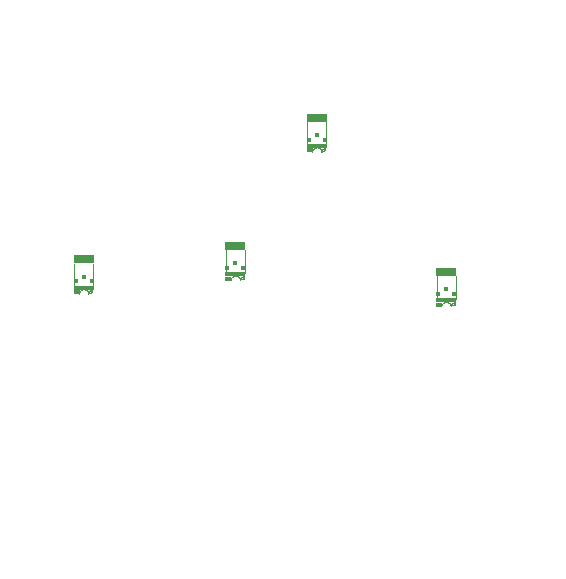
<source format=gbr>
G04 EAGLE Gerber RS-274X export*
G75*
%MOMM*%
%FSLAX34Y34*%
%LPD*%
%INSilkscreen Top*%
%IPPOS*%
%AMOC8*
5,1,8,0,0,1.08239X$1,22.5*%
G01*
%ADD10R,16.764000X0.101600*%
%ADD11R,1.117600X0.101600*%
%ADD12R,1.219200X0.101600*%
%ADD13R,2.336800X0.101600*%
%ADD14R,2.438400X0.101600*%
%ADD15R,3.556000X0.101600*%
%ADD16R,5.994400X0.101600*%
%ADD17R,4.775200X0.101600*%
%ADD18R,5.892800X0.101600*%
%ADD19R,3.454400X0.101600*%
%ADD20R,3.657600X0.101600*%
%ADD21R,9.652000X0.101600*%
%ADD22C,0.101600*%
%ADD23R,0.500000X0.125000*%
%ADD24R,0.225000X0.325000*%
%ADD25R,0.125000X0.225000*%
%ADD26R,0.425000X0.125000*%
%ADD27R,0.500000X0.350000*%
%ADD28R,0.600000X0.125000*%
%ADD29R,1.700000X0.300000*%
%ADD30R,1.700000X0.700000*%
%ADD31R,0.325000X0.425000*%
%ADD32R,0.350000X0.350000*%


D10*
X287528Y84328D03*
X287528Y85344D03*
X287528Y86360D03*
X287528Y87376D03*
X287528Y88392D03*
X287528Y89408D03*
X287528Y90424D03*
X287528Y91440D03*
X287528Y92456D03*
X287528Y93472D03*
X287528Y94488D03*
D11*
X197104Y95504D03*
D12*
X197612Y96520D03*
X377444Y96520D03*
X197612Y97536D03*
X377444Y97536D03*
X197612Y98552D03*
X377444Y98552D03*
X197612Y99568D03*
X377444Y99568D03*
X197612Y100584D03*
X377444Y100584D03*
X197612Y101600D03*
X377444Y101600D03*
X197612Y102616D03*
X377444Y102616D03*
X197612Y103632D03*
X377444Y103632D03*
X197612Y104648D03*
X377444Y104648D03*
X197612Y105664D03*
X377444Y105664D03*
X197612Y106680D03*
X377444Y106680D03*
D11*
X184912Y107696D03*
X390144Y107696D03*
D12*
X185420Y108712D03*
X389636Y108712D03*
X185420Y109728D03*
X389636Y109728D03*
X185420Y110744D03*
X389636Y110744D03*
X185420Y111760D03*
X389636Y111760D03*
X185420Y112776D03*
X389636Y112776D03*
X185420Y113792D03*
X389636Y113792D03*
X185420Y114808D03*
X389636Y114808D03*
X185420Y115824D03*
X389636Y115824D03*
X185420Y116840D03*
X389636Y116840D03*
X185420Y117856D03*
X389636Y117856D03*
X185420Y118872D03*
X389636Y118872D03*
X173228Y119888D03*
X401828Y119888D03*
X173228Y120904D03*
X401828Y120904D03*
X173228Y121920D03*
X401828Y121920D03*
X173228Y122936D03*
X401828Y122936D03*
X173228Y123952D03*
X401828Y123952D03*
X173228Y124968D03*
X401828Y124968D03*
X173228Y125984D03*
X401828Y125984D03*
X173228Y127000D03*
X401828Y127000D03*
X173228Y128016D03*
X401828Y128016D03*
X173228Y129032D03*
X401828Y129032D03*
X173228Y130048D03*
X401828Y130048D03*
X173228Y131064D03*
X401828Y131064D03*
X173228Y132080D03*
X401828Y132080D03*
X173228Y133096D03*
X401828Y133096D03*
X173228Y134112D03*
X401828Y134112D03*
X173228Y135128D03*
X401828Y135128D03*
X173228Y136144D03*
X401828Y136144D03*
X173228Y137160D03*
X401828Y137160D03*
X173228Y138176D03*
X401828Y138176D03*
X173228Y139192D03*
X401828Y139192D03*
X173228Y140208D03*
X401828Y140208D03*
X173228Y141224D03*
X401828Y141224D03*
X173228Y142240D03*
X401828Y142240D03*
D11*
X161544Y144272D03*
X413512Y144272D03*
X161544Y145288D03*
X413512Y145288D03*
X161544Y146304D03*
X413512Y146304D03*
X161544Y147320D03*
X413512Y147320D03*
X161544Y148336D03*
X413512Y148336D03*
X161544Y149352D03*
X413512Y149352D03*
X161544Y150368D03*
X413512Y150368D03*
X161544Y151384D03*
X413512Y151384D03*
X161544Y152400D03*
X413512Y152400D03*
X161544Y153416D03*
X413512Y153416D03*
X161544Y154432D03*
X413512Y154432D03*
X161544Y155448D03*
X413512Y155448D03*
X161544Y156464D03*
X413512Y156464D03*
X161544Y157480D03*
X413512Y157480D03*
X161544Y158496D03*
X413512Y158496D03*
X161544Y159512D03*
X413512Y159512D03*
X161544Y160528D03*
X413512Y160528D03*
X161544Y161544D03*
X413512Y161544D03*
X161544Y162560D03*
X413512Y162560D03*
X161544Y163576D03*
X413512Y163576D03*
X161544Y164592D03*
X413512Y164592D03*
X161544Y165608D03*
X413512Y165608D03*
X161544Y166624D03*
X413512Y166624D03*
X161544Y167640D03*
X413512Y167640D03*
X161544Y168656D03*
X413512Y168656D03*
X161544Y169672D03*
X413512Y169672D03*
X161544Y170688D03*
X413512Y170688D03*
X161544Y171704D03*
X413512Y171704D03*
X161544Y172720D03*
X413512Y172720D03*
X161544Y173736D03*
X413512Y173736D03*
X161544Y174752D03*
X413512Y174752D03*
X161544Y175768D03*
X413512Y175768D03*
X161544Y176784D03*
X413512Y176784D03*
X161544Y177800D03*
X413512Y177800D03*
X161544Y178816D03*
X413512Y178816D03*
X161544Y179832D03*
X413512Y179832D03*
X161544Y180848D03*
X413512Y180848D03*
X161544Y181864D03*
X413512Y181864D03*
X161544Y182880D03*
X413512Y182880D03*
X161544Y183896D03*
X413512Y183896D03*
X161544Y184912D03*
X413512Y184912D03*
X161544Y185928D03*
X413512Y185928D03*
X161544Y186944D03*
X413512Y186944D03*
X161544Y187960D03*
X413512Y187960D03*
X161544Y188976D03*
X413512Y188976D03*
X161544Y189992D03*
X413512Y189992D03*
X161544Y191008D03*
X413512Y191008D03*
X161544Y192024D03*
X413512Y192024D03*
X161544Y193040D03*
X413512Y193040D03*
X161544Y194056D03*
X413512Y194056D03*
X161544Y195072D03*
X413512Y195072D03*
X161544Y196088D03*
X413512Y196088D03*
X161544Y197104D03*
X413512Y197104D03*
X161544Y198120D03*
X413512Y198120D03*
X161544Y199136D03*
X413512Y199136D03*
X161544Y200152D03*
X413512Y200152D03*
X161544Y201168D03*
X413512Y201168D03*
X161544Y202184D03*
X413512Y202184D03*
X161544Y203200D03*
X413512Y203200D03*
X161544Y204216D03*
X413512Y204216D03*
X161544Y205232D03*
X413512Y205232D03*
X161544Y206248D03*
X413512Y206248D03*
X161544Y207264D03*
X413512Y207264D03*
X161544Y208280D03*
X413512Y208280D03*
X161544Y209296D03*
X413512Y209296D03*
X161544Y210312D03*
X413512Y210312D03*
X161544Y211328D03*
X413512Y211328D03*
X161544Y212344D03*
X413512Y212344D03*
X161544Y213360D03*
X413512Y213360D03*
X161544Y214376D03*
X413512Y214376D03*
X161544Y215392D03*
X413512Y215392D03*
X161544Y216408D03*
X413512Y216408D03*
X161544Y217424D03*
X413512Y217424D03*
X161544Y218440D03*
X413512Y218440D03*
X161544Y219456D03*
X413512Y219456D03*
X161544Y220472D03*
X413512Y220472D03*
X161544Y221488D03*
X413512Y221488D03*
X161544Y222504D03*
X413512Y222504D03*
X161544Y223520D03*
X413512Y223520D03*
X161544Y224536D03*
X413512Y224536D03*
X161544Y225552D03*
X413512Y225552D03*
X161544Y226568D03*
X413512Y226568D03*
X161544Y227584D03*
X413512Y227584D03*
X161544Y228600D03*
X413512Y228600D03*
X161544Y229616D03*
X413512Y229616D03*
X161544Y230632D03*
X413512Y230632D03*
X161544Y231648D03*
X413512Y231648D03*
X161544Y232664D03*
X413512Y232664D03*
X161544Y233680D03*
X413512Y233680D03*
X161544Y234696D03*
X413512Y234696D03*
X161544Y235712D03*
X413512Y235712D03*
X161544Y236728D03*
X413512Y236728D03*
X161544Y237744D03*
X413512Y237744D03*
X161544Y238760D03*
X413512Y238760D03*
X161544Y239776D03*
X413512Y239776D03*
X161544Y240792D03*
X413512Y240792D03*
X161544Y241808D03*
X413512Y241808D03*
X161544Y242824D03*
X413512Y242824D03*
X161544Y243840D03*
X413512Y243840D03*
X161544Y244856D03*
X413512Y244856D03*
X161544Y245872D03*
X413512Y245872D03*
X161544Y246888D03*
X413512Y246888D03*
X161544Y247904D03*
X413512Y247904D03*
X161544Y248920D03*
X413512Y248920D03*
X161544Y249936D03*
X413512Y249936D03*
X161544Y250952D03*
X413512Y250952D03*
D13*
X155448Y251968D03*
X419608Y251968D03*
X155448Y252984D03*
X419608Y252984D03*
X155448Y254000D03*
X419608Y254000D03*
X155448Y255016D03*
X419608Y255016D03*
X155448Y256032D03*
X419608Y256032D03*
X155448Y257048D03*
X419608Y257048D03*
X155448Y258064D03*
X419608Y258064D03*
X155448Y259080D03*
X419608Y259080D03*
X155448Y260096D03*
X419608Y260096D03*
X155448Y261112D03*
X419608Y261112D03*
X155448Y262128D03*
X419608Y262128D03*
X155448Y263144D03*
X419608Y263144D03*
D14*
X131572Y264160D03*
X443484Y264160D03*
X131572Y265176D03*
X443484Y265176D03*
X131572Y266192D03*
X443484Y266192D03*
X131572Y267208D03*
X443484Y267208D03*
X131572Y268224D03*
X443484Y268224D03*
X131572Y269240D03*
X443484Y269240D03*
X131572Y270256D03*
X443484Y270256D03*
X131572Y271272D03*
X443484Y271272D03*
X131572Y272288D03*
X443484Y272288D03*
X131572Y273304D03*
X443484Y273304D03*
X131572Y274320D03*
X443484Y274320D03*
D12*
X113284Y276352D03*
X461772Y276352D03*
X113284Y277368D03*
X461772Y277368D03*
X113284Y278384D03*
X461772Y278384D03*
X113284Y279400D03*
X461772Y279400D03*
X113284Y280416D03*
X461772Y280416D03*
X113284Y281432D03*
X461772Y281432D03*
X113284Y282448D03*
X461772Y282448D03*
X113284Y283464D03*
X461772Y283464D03*
X113284Y284480D03*
X461772Y284480D03*
X113284Y285496D03*
X461772Y285496D03*
X113284Y286512D03*
X461772Y286512D03*
D11*
X101600Y288544D03*
D15*
X425704Y288544D03*
D11*
X473456Y288544D03*
X101600Y289560D03*
D15*
X425704Y289560D03*
D11*
X473456Y289560D03*
X101600Y290576D03*
D15*
X425704Y290576D03*
D11*
X473456Y290576D03*
X101600Y291592D03*
D15*
X425704Y291592D03*
D11*
X473456Y291592D03*
X101600Y292608D03*
D15*
X425704Y292608D03*
D11*
X473456Y292608D03*
X101600Y293624D03*
D15*
X425704Y293624D03*
D11*
X473456Y293624D03*
X101600Y294640D03*
D15*
X425704Y294640D03*
D11*
X473456Y294640D03*
X101600Y295656D03*
D15*
X425704Y295656D03*
D11*
X473456Y295656D03*
X101600Y296672D03*
D15*
X425704Y296672D03*
D11*
X473456Y296672D03*
X101600Y297688D03*
D15*
X425704Y297688D03*
D11*
X473456Y297688D03*
X101600Y298704D03*
D15*
X425704Y298704D03*
D11*
X473456Y298704D03*
X89408Y299720D03*
D15*
X425704Y299720D03*
D11*
X485648Y299720D03*
X89408Y300736D03*
D13*
X119888Y300736D03*
D16*
X425704Y300736D03*
D11*
X485648Y300736D03*
X89408Y301752D03*
D13*
X119888Y301752D03*
D16*
X425704Y301752D03*
D11*
X485648Y301752D03*
X89408Y302768D03*
D13*
X119888Y302768D03*
D16*
X425704Y302768D03*
D11*
X485648Y302768D03*
X89408Y303784D03*
D13*
X119888Y303784D03*
D16*
X425704Y303784D03*
D11*
X485648Y303784D03*
X89408Y304800D03*
D13*
X119888Y304800D03*
D16*
X425704Y304800D03*
D11*
X485648Y304800D03*
X89408Y305816D03*
D13*
X119888Y305816D03*
D16*
X425704Y305816D03*
D11*
X485648Y305816D03*
X89408Y306832D03*
D13*
X119888Y306832D03*
D16*
X425704Y306832D03*
D11*
X485648Y306832D03*
X89408Y307848D03*
D13*
X119888Y307848D03*
D16*
X425704Y307848D03*
D11*
X485648Y307848D03*
X89408Y308864D03*
D13*
X119888Y308864D03*
D16*
X425704Y308864D03*
D11*
X485648Y308864D03*
X89408Y309880D03*
D13*
X119888Y309880D03*
D16*
X425704Y309880D03*
D11*
X485648Y309880D03*
X89408Y310896D03*
D13*
X119888Y310896D03*
D16*
X425704Y310896D03*
D11*
X485648Y310896D03*
D12*
X77724Y311912D03*
D15*
X125984Y311912D03*
X245872Y311912D03*
D16*
X425704Y311912D03*
D12*
X497332Y311912D03*
X77724Y312928D03*
D17*
X119888Y312928D03*
D15*
X245872Y312928D03*
D16*
X425704Y312928D03*
D12*
X497332Y312928D03*
X77724Y313944D03*
D17*
X119888Y313944D03*
D15*
X245872Y313944D03*
D16*
X425704Y313944D03*
D12*
X497332Y313944D03*
X77724Y314960D03*
D17*
X119888Y314960D03*
D15*
X245872Y314960D03*
D16*
X425704Y314960D03*
D12*
X497332Y314960D03*
X77724Y315976D03*
D17*
X119888Y315976D03*
D15*
X245872Y315976D03*
D16*
X425704Y315976D03*
D12*
X497332Y315976D03*
X77724Y316992D03*
D17*
X119888Y316992D03*
D15*
X245872Y316992D03*
D16*
X425704Y316992D03*
D12*
X497332Y316992D03*
X77724Y318008D03*
D17*
X119888Y318008D03*
D15*
X245872Y318008D03*
D16*
X425704Y318008D03*
D12*
X497332Y318008D03*
X77724Y319024D03*
D17*
X119888Y319024D03*
D15*
X245872Y319024D03*
D16*
X425704Y319024D03*
D12*
X497332Y319024D03*
X77724Y320040D03*
D17*
X119888Y320040D03*
D15*
X245872Y320040D03*
D16*
X425704Y320040D03*
D12*
X497332Y320040D03*
X77724Y321056D03*
D17*
X119888Y321056D03*
D15*
X245872Y321056D03*
D16*
X425704Y321056D03*
D12*
X497332Y321056D03*
X77724Y322072D03*
D17*
X119888Y322072D03*
D15*
X245872Y322072D03*
D16*
X425704Y322072D03*
D12*
X497332Y322072D03*
X77724Y323088D03*
D17*
X119888Y323088D03*
D15*
X245872Y323088D03*
D16*
X425704Y323088D03*
D12*
X497332Y323088D03*
X77724Y324104D03*
D17*
X119888Y324104D03*
D18*
X245364Y324104D03*
D16*
X425704Y324104D03*
D12*
X497332Y324104D03*
X77724Y325120D03*
D17*
X119888Y325120D03*
D18*
X245364Y325120D03*
D16*
X425704Y325120D03*
D12*
X497332Y325120D03*
X77724Y326136D03*
D17*
X119888Y326136D03*
D18*
X245364Y326136D03*
D16*
X425704Y326136D03*
D12*
X497332Y326136D03*
X77724Y327152D03*
D17*
X119888Y327152D03*
D18*
X245364Y327152D03*
D16*
X425704Y327152D03*
D12*
X497332Y327152D03*
X77724Y328168D03*
D17*
X119888Y328168D03*
D18*
X245364Y328168D03*
D16*
X425704Y328168D03*
D12*
X497332Y328168D03*
X77724Y329184D03*
D17*
X119888Y329184D03*
D18*
X245364Y329184D03*
D16*
X425704Y329184D03*
D12*
X497332Y329184D03*
X77724Y330200D03*
D17*
X119888Y330200D03*
D18*
X245364Y330200D03*
D16*
X425704Y330200D03*
D12*
X497332Y330200D03*
X77724Y331216D03*
D17*
X119888Y331216D03*
D18*
X245364Y331216D03*
D16*
X425704Y331216D03*
D12*
X497332Y331216D03*
X77724Y332232D03*
D17*
X119888Y332232D03*
D18*
X245364Y332232D03*
D16*
X425704Y332232D03*
D12*
X497332Y332232D03*
X77724Y333248D03*
D17*
X119888Y333248D03*
D18*
X245364Y333248D03*
D16*
X425704Y333248D03*
D12*
X497332Y333248D03*
X77724Y334264D03*
D17*
X119888Y334264D03*
D18*
X245364Y334264D03*
D16*
X425704Y334264D03*
D12*
X497332Y334264D03*
X77724Y335280D03*
D17*
X119888Y335280D03*
D18*
X245364Y335280D03*
D16*
X425704Y335280D03*
D12*
X497332Y335280D03*
X65532Y336296D03*
D16*
X113792Y336296D03*
D18*
X245364Y336296D03*
D15*
X425704Y336296D03*
D12*
X509524Y336296D03*
X65532Y337312D03*
D16*
X113792Y337312D03*
D18*
X245364Y337312D03*
D15*
X425704Y337312D03*
D12*
X509524Y337312D03*
X65532Y338328D03*
D16*
X113792Y338328D03*
D18*
X245364Y338328D03*
D15*
X425704Y338328D03*
D12*
X509524Y338328D03*
X65532Y339344D03*
D16*
X113792Y339344D03*
D18*
X245364Y339344D03*
D15*
X425704Y339344D03*
D12*
X509524Y339344D03*
X65532Y340360D03*
D16*
X113792Y340360D03*
D18*
X245364Y340360D03*
D15*
X425704Y340360D03*
D12*
X509524Y340360D03*
X65532Y341376D03*
D16*
X113792Y341376D03*
D18*
X245364Y341376D03*
D15*
X425704Y341376D03*
D12*
X509524Y341376D03*
X65532Y342392D03*
D16*
X113792Y342392D03*
D18*
X245364Y342392D03*
D15*
X425704Y342392D03*
D12*
X509524Y342392D03*
X65532Y343408D03*
D16*
X113792Y343408D03*
D18*
X245364Y343408D03*
D15*
X425704Y343408D03*
D12*
X509524Y343408D03*
X65532Y344424D03*
D16*
X113792Y344424D03*
D18*
X245364Y344424D03*
D15*
X425704Y344424D03*
D12*
X509524Y344424D03*
X65532Y345440D03*
D16*
X113792Y345440D03*
D18*
X245364Y345440D03*
D15*
X425704Y345440D03*
D12*
X509524Y345440D03*
X65532Y346456D03*
D16*
X113792Y346456D03*
D18*
X245364Y346456D03*
D15*
X425704Y346456D03*
D12*
X509524Y346456D03*
X65532Y347472D03*
D15*
X113792Y347472D03*
D18*
X245364Y347472D03*
D12*
X509524Y347472D03*
X65532Y348488D03*
D15*
X113792Y348488D03*
D18*
X245364Y348488D03*
D12*
X509524Y348488D03*
X65532Y349504D03*
D15*
X113792Y349504D03*
D18*
X245364Y349504D03*
D12*
X509524Y349504D03*
X65532Y350520D03*
D15*
X113792Y350520D03*
D18*
X245364Y350520D03*
D12*
X509524Y350520D03*
X65532Y351536D03*
D15*
X113792Y351536D03*
D18*
X245364Y351536D03*
D12*
X509524Y351536D03*
X65532Y352552D03*
D15*
X113792Y352552D03*
D18*
X245364Y352552D03*
D12*
X509524Y352552D03*
X65532Y353568D03*
D15*
X113792Y353568D03*
D18*
X245364Y353568D03*
D12*
X509524Y353568D03*
X65532Y354584D03*
D15*
X113792Y354584D03*
D18*
X245364Y354584D03*
D12*
X509524Y354584D03*
X65532Y355600D03*
D15*
X113792Y355600D03*
D18*
X245364Y355600D03*
D12*
X509524Y355600D03*
X65532Y356616D03*
D15*
X113792Y356616D03*
D18*
X245364Y356616D03*
D12*
X509524Y356616D03*
X65532Y357632D03*
D15*
X113792Y357632D03*
D18*
X245364Y357632D03*
D12*
X509524Y357632D03*
X65532Y358648D03*
D15*
X113792Y358648D03*
D18*
X245364Y358648D03*
D12*
X509524Y358648D03*
X65532Y359664D03*
D15*
X245872Y359664D03*
D12*
X509524Y359664D03*
X65532Y360680D03*
D15*
X245872Y360680D03*
D12*
X509524Y360680D03*
X65532Y361696D03*
D15*
X245872Y361696D03*
D12*
X509524Y361696D03*
X65532Y362712D03*
D15*
X245872Y362712D03*
D12*
X509524Y362712D03*
X65532Y363728D03*
D15*
X245872Y363728D03*
D12*
X509524Y363728D03*
X65532Y364744D03*
D15*
X245872Y364744D03*
D12*
X509524Y364744D03*
X65532Y365760D03*
D15*
X245872Y365760D03*
D12*
X509524Y365760D03*
X65532Y366776D03*
D15*
X245872Y366776D03*
D12*
X509524Y366776D03*
X65532Y367792D03*
D15*
X245872Y367792D03*
D12*
X509524Y367792D03*
X65532Y368808D03*
D15*
X245872Y368808D03*
D12*
X509524Y368808D03*
X65532Y369824D03*
D15*
X245872Y369824D03*
D12*
X509524Y369824D03*
X65532Y370840D03*
D15*
X245872Y370840D03*
D12*
X509524Y370840D03*
X65532Y371856D03*
X509524Y371856D03*
X65532Y372872D03*
X509524Y372872D03*
X65532Y373888D03*
X509524Y373888D03*
X65532Y374904D03*
X509524Y374904D03*
X65532Y375920D03*
X509524Y375920D03*
X65532Y376936D03*
X509524Y376936D03*
X65532Y377952D03*
X509524Y377952D03*
X65532Y378968D03*
X509524Y378968D03*
X65532Y379984D03*
X509524Y379984D03*
X65532Y381000D03*
X509524Y381000D03*
X65532Y382016D03*
X509524Y382016D03*
X65532Y383032D03*
X509524Y383032D03*
X65532Y384048D03*
X509524Y384048D03*
X65532Y385064D03*
X509524Y385064D03*
X65532Y386080D03*
X509524Y386080D03*
X65532Y387096D03*
X509524Y387096D03*
X65532Y388112D03*
X509524Y388112D03*
X65532Y389128D03*
X509524Y389128D03*
X65532Y390144D03*
X509524Y390144D03*
X65532Y391160D03*
X509524Y391160D03*
X65532Y392176D03*
X509524Y392176D03*
X65532Y393192D03*
X509524Y393192D03*
X65532Y394208D03*
X509524Y394208D03*
X65532Y395224D03*
X509524Y395224D03*
X65532Y396240D03*
D15*
X473456Y396240D03*
D12*
X509524Y396240D03*
X65532Y397256D03*
D15*
X473456Y397256D03*
D12*
X509524Y397256D03*
X65532Y398272D03*
D15*
X473456Y398272D03*
D12*
X509524Y398272D03*
X65532Y399288D03*
D15*
X473456Y399288D03*
D12*
X509524Y399288D03*
X65532Y400304D03*
D15*
X473456Y400304D03*
D12*
X509524Y400304D03*
X65532Y401320D03*
D15*
X473456Y401320D03*
D12*
X509524Y401320D03*
X65532Y402336D03*
D15*
X473456Y402336D03*
D12*
X509524Y402336D03*
X65532Y403352D03*
D15*
X473456Y403352D03*
D12*
X509524Y403352D03*
X65532Y404368D03*
D15*
X473456Y404368D03*
D12*
X509524Y404368D03*
X65532Y405384D03*
D15*
X473456Y405384D03*
D12*
X509524Y405384D03*
X65532Y406400D03*
D15*
X473456Y406400D03*
D12*
X509524Y406400D03*
X65532Y407416D03*
D15*
X473456Y407416D03*
D12*
X509524Y407416D03*
X65532Y408432D03*
D17*
X467360Y408432D03*
D12*
X509524Y408432D03*
X65532Y409448D03*
D17*
X467360Y409448D03*
D12*
X509524Y409448D03*
X65532Y410464D03*
D17*
X467360Y410464D03*
D12*
X509524Y410464D03*
X65532Y411480D03*
D17*
X467360Y411480D03*
D12*
X509524Y411480D03*
X65532Y412496D03*
D17*
X467360Y412496D03*
D12*
X509524Y412496D03*
X65532Y413512D03*
D17*
X467360Y413512D03*
D12*
X509524Y413512D03*
X65532Y414528D03*
D17*
X467360Y414528D03*
D12*
X509524Y414528D03*
X65532Y415544D03*
D17*
X467360Y415544D03*
D12*
X509524Y415544D03*
X65532Y416560D03*
D17*
X467360Y416560D03*
D12*
X509524Y416560D03*
X65532Y417576D03*
D17*
X467360Y417576D03*
D12*
X509524Y417576D03*
X65532Y418592D03*
D17*
X467360Y418592D03*
D12*
X509524Y418592D03*
D15*
X461264Y419608D03*
D12*
X77724Y420624D03*
D19*
X317500Y420624D03*
D15*
X461264Y420624D03*
D11*
X497840Y420624D03*
D12*
X77724Y421640D03*
D19*
X317500Y421640D03*
D15*
X461264Y421640D03*
D11*
X497840Y421640D03*
D12*
X77724Y422656D03*
D19*
X317500Y422656D03*
D15*
X461264Y422656D03*
D11*
X497840Y422656D03*
D12*
X77724Y423672D03*
D19*
X317500Y423672D03*
D15*
X461264Y423672D03*
D11*
X497840Y423672D03*
D12*
X77724Y424688D03*
D19*
X317500Y424688D03*
D15*
X461264Y424688D03*
D11*
X497840Y424688D03*
D12*
X77724Y425704D03*
D19*
X317500Y425704D03*
D15*
X461264Y425704D03*
D11*
X497840Y425704D03*
D12*
X77724Y426720D03*
D19*
X317500Y426720D03*
D15*
X461264Y426720D03*
D11*
X497840Y426720D03*
D12*
X77724Y427736D03*
D19*
X317500Y427736D03*
D15*
X461264Y427736D03*
D11*
X497840Y427736D03*
D12*
X77724Y428752D03*
D19*
X317500Y428752D03*
D15*
X461264Y428752D03*
D11*
X497840Y428752D03*
D12*
X77724Y429768D03*
D19*
X317500Y429768D03*
D15*
X461264Y429768D03*
D11*
X497840Y429768D03*
D12*
X77724Y430784D03*
D19*
X317500Y430784D03*
D15*
X461264Y430784D03*
D11*
X497840Y430784D03*
D12*
X77724Y431800D03*
D18*
X317500Y431800D03*
D15*
X461264Y431800D03*
D11*
X497840Y431800D03*
D12*
X77724Y432816D03*
D18*
X317500Y432816D03*
D15*
X461264Y432816D03*
D11*
X497840Y432816D03*
D12*
X77724Y433832D03*
D18*
X317500Y433832D03*
D15*
X461264Y433832D03*
D11*
X497840Y433832D03*
D12*
X77724Y434848D03*
D18*
X317500Y434848D03*
D15*
X461264Y434848D03*
D11*
X497840Y434848D03*
D12*
X77724Y435864D03*
D18*
X317500Y435864D03*
D15*
X461264Y435864D03*
D11*
X497840Y435864D03*
D12*
X77724Y436880D03*
D18*
X317500Y436880D03*
D15*
X461264Y436880D03*
D11*
X497840Y436880D03*
D12*
X77724Y437896D03*
D18*
X317500Y437896D03*
D15*
X461264Y437896D03*
D11*
X497840Y437896D03*
D12*
X77724Y438912D03*
D18*
X317500Y438912D03*
D15*
X461264Y438912D03*
D11*
X497840Y438912D03*
D12*
X77724Y439928D03*
D18*
X317500Y439928D03*
D15*
X461264Y439928D03*
D11*
X497840Y439928D03*
D12*
X77724Y440944D03*
D18*
X317500Y440944D03*
D15*
X461264Y440944D03*
D11*
X497840Y440944D03*
D12*
X77724Y441960D03*
D18*
X317500Y441960D03*
D15*
X461264Y441960D03*
D11*
X497840Y441960D03*
D12*
X77724Y442976D03*
D18*
X317500Y442976D03*
D15*
X461264Y442976D03*
D11*
X497840Y442976D03*
X89408Y443992D03*
D18*
X317500Y443992D03*
D11*
X461264Y443992D03*
X89408Y445008D03*
D18*
X317500Y445008D03*
D11*
X461264Y445008D03*
X485648Y445008D03*
X89408Y446024D03*
D18*
X317500Y446024D03*
D11*
X461264Y446024D03*
X485648Y446024D03*
X89408Y447040D03*
D18*
X317500Y447040D03*
D11*
X461264Y447040D03*
X485648Y447040D03*
X89408Y448056D03*
D18*
X317500Y448056D03*
D11*
X461264Y448056D03*
X485648Y448056D03*
X89408Y449072D03*
D18*
X317500Y449072D03*
D11*
X461264Y449072D03*
X485648Y449072D03*
X89408Y450088D03*
D18*
X317500Y450088D03*
D11*
X461264Y450088D03*
X485648Y450088D03*
X89408Y451104D03*
D18*
X317500Y451104D03*
D11*
X461264Y451104D03*
X485648Y451104D03*
X89408Y452120D03*
D18*
X317500Y452120D03*
D11*
X461264Y452120D03*
X485648Y452120D03*
X89408Y453136D03*
D18*
X317500Y453136D03*
D11*
X461264Y453136D03*
X485648Y453136D03*
X89408Y454152D03*
D18*
X317500Y454152D03*
D11*
X461264Y454152D03*
X485648Y454152D03*
X89408Y455168D03*
D18*
X317500Y455168D03*
D11*
X461264Y455168D03*
X485648Y455168D03*
X89408Y456184D03*
D15*
X173736Y456184D03*
D18*
X317500Y456184D03*
D11*
X485648Y456184D03*
X89408Y457200D03*
D15*
X173736Y457200D03*
D18*
X317500Y457200D03*
D11*
X485648Y457200D03*
X89408Y458216D03*
D15*
X173736Y458216D03*
D18*
X317500Y458216D03*
D11*
X485648Y458216D03*
X89408Y459232D03*
D15*
X173736Y459232D03*
D18*
X317500Y459232D03*
D11*
X485648Y459232D03*
X89408Y460248D03*
D15*
X173736Y460248D03*
D18*
X317500Y460248D03*
D11*
X485648Y460248D03*
X89408Y461264D03*
D15*
X173736Y461264D03*
D18*
X317500Y461264D03*
D11*
X485648Y461264D03*
X89408Y462280D03*
D15*
X173736Y462280D03*
D18*
X317500Y462280D03*
D11*
X485648Y462280D03*
X89408Y463296D03*
D15*
X173736Y463296D03*
D18*
X317500Y463296D03*
D11*
X485648Y463296D03*
X89408Y464312D03*
D15*
X173736Y464312D03*
D18*
X317500Y464312D03*
D11*
X485648Y464312D03*
X89408Y465328D03*
D15*
X173736Y465328D03*
D18*
X317500Y465328D03*
D11*
X485648Y465328D03*
X89408Y466344D03*
D15*
X173736Y466344D03*
D18*
X317500Y466344D03*
D11*
X485648Y466344D03*
X89408Y467360D03*
D15*
X173736Y467360D03*
D20*
X317500Y467360D03*
D11*
X485648Y467360D03*
X101600Y468376D03*
D16*
X173736Y468376D03*
D19*
X317500Y468376D03*
D11*
X473456Y468376D03*
X101600Y469392D03*
D16*
X173736Y469392D03*
D19*
X317500Y469392D03*
D11*
X473456Y469392D03*
X101600Y470408D03*
D16*
X173736Y470408D03*
D19*
X317500Y470408D03*
D11*
X473456Y470408D03*
X101600Y471424D03*
D16*
X173736Y471424D03*
D19*
X317500Y471424D03*
D11*
X473456Y471424D03*
X101600Y472440D03*
D16*
X173736Y472440D03*
D19*
X317500Y472440D03*
D11*
X473456Y472440D03*
X101600Y473456D03*
D16*
X173736Y473456D03*
D19*
X317500Y473456D03*
D11*
X473456Y473456D03*
X101600Y474472D03*
D16*
X173736Y474472D03*
D19*
X317500Y474472D03*
D11*
X473456Y474472D03*
X101600Y475488D03*
D16*
X173736Y475488D03*
D19*
X317500Y475488D03*
D11*
X473456Y475488D03*
X101600Y476504D03*
D16*
X173736Y476504D03*
D19*
X317500Y476504D03*
D11*
X473456Y476504D03*
X101600Y477520D03*
D16*
X173736Y477520D03*
D19*
X317500Y477520D03*
D11*
X473456Y477520D03*
X101600Y478536D03*
D16*
X173736Y478536D03*
D19*
X317500Y478536D03*
D11*
X473456Y478536D03*
D16*
X173736Y479552D03*
D12*
X113284Y480568D03*
D16*
X173736Y480568D03*
D12*
X461772Y480568D03*
X113284Y481584D03*
D16*
X173736Y481584D03*
D12*
X461772Y481584D03*
X113284Y482600D03*
D16*
X173736Y482600D03*
D12*
X461772Y482600D03*
X113284Y483616D03*
D16*
X173736Y483616D03*
D12*
X461772Y483616D03*
X113284Y484632D03*
D16*
X173736Y484632D03*
D12*
X461772Y484632D03*
X113284Y485648D03*
D16*
X173736Y485648D03*
D12*
X461772Y485648D03*
X113284Y486664D03*
D16*
X173736Y486664D03*
D12*
X461772Y486664D03*
X113284Y487680D03*
D16*
X173736Y487680D03*
D12*
X461772Y487680D03*
X113284Y488696D03*
D16*
X173736Y488696D03*
D12*
X461772Y488696D03*
X113284Y489712D03*
D16*
X173736Y489712D03*
D12*
X461772Y489712D03*
X113284Y490728D03*
D16*
X173736Y490728D03*
D12*
X461772Y490728D03*
D15*
X185928Y491744D03*
D13*
X131064Y492760D03*
D15*
X185928Y492760D03*
X389128Y492760D03*
D14*
X443484Y492760D03*
D13*
X131064Y493776D03*
D15*
X185928Y493776D03*
X389128Y493776D03*
D14*
X443484Y493776D03*
D13*
X131064Y494792D03*
D15*
X185928Y494792D03*
X389128Y494792D03*
D14*
X443484Y494792D03*
D13*
X131064Y495808D03*
D15*
X185928Y495808D03*
X389128Y495808D03*
D14*
X443484Y495808D03*
D13*
X131064Y496824D03*
D15*
X185928Y496824D03*
X389128Y496824D03*
D14*
X443484Y496824D03*
D13*
X131064Y497840D03*
D15*
X185928Y497840D03*
X389128Y497840D03*
D14*
X443484Y497840D03*
D13*
X131064Y498856D03*
D15*
X185928Y498856D03*
X389128Y498856D03*
D14*
X443484Y498856D03*
D13*
X131064Y499872D03*
D15*
X185928Y499872D03*
X389128Y499872D03*
D14*
X443484Y499872D03*
D13*
X131064Y500888D03*
D15*
X185928Y500888D03*
X389128Y500888D03*
D14*
X443484Y500888D03*
D13*
X131064Y501904D03*
D15*
X185928Y501904D03*
X389128Y501904D03*
D14*
X443484Y501904D03*
D13*
X131064Y502920D03*
D15*
X185928Y502920D03*
X389128Y502920D03*
D14*
X443484Y502920D03*
D11*
X365760Y503936D03*
D13*
X419608Y503936D03*
X155448Y504952D03*
D11*
X365760Y504952D03*
D13*
X419608Y504952D03*
X155448Y505968D03*
D11*
X365760Y505968D03*
D13*
X419608Y505968D03*
X155448Y506984D03*
D11*
X365760Y506984D03*
D13*
X419608Y506984D03*
X155448Y508000D03*
D11*
X365760Y508000D03*
D13*
X419608Y508000D03*
X155448Y509016D03*
D11*
X365760Y509016D03*
D13*
X419608Y509016D03*
X155448Y510032D03*
D11*
X365760Y510032D03*
D13*
X419608Y510032D03*
X155448Y511048D03*
D11*
X365760Y511048D03*
D13*
X419608Y511048D03*
X155448Y512064D03*
D11*
X365760Y512064D03*
D13*
X419608Y512064D03*
X155448Y513080D03*
D11*
X365760Y513080D03*
D13*
X419608Y513080D03*
X155448Y514096D03*
D11*
X365760Y514096D03*
D13*
X419608Y514096D03*
X155448Y515112D03*
D11*
X365760Y515112D03*
D13*
X419608Y515112D03*
D20*
X185420Y516128D03*
X389636Y516128D03*
X185420Y517144D03*
X389636Y517144D03*
X185420Y518160D03*
X389636Y518160D03*
X185420Y519176D03*
X389636Y519176D03*
X185420Y520192D03*
X389636Y520192D03*
X185420Y521208D03*
X389636Y521208D03*
X185420Y522224D03*
X389636Y522224D03*
X185420Y523240D03*
X389636Y523240D03*
X185420Y524256D03*
X389636Y524256D03*
X185420Y525272D03*
X389636Y525272D03*
X185420Y526288D03*
X389636Y526288D03*
D19*
X185420Y527304D03*
X389636Y527304D03*
D15*
X221488Y528320D03*
X353568Y528320D03*
X221488Y529336D03*
X353568Y529336D03*
X221488Y530352D03*
X353568Y530352D03*
X221488Y531368D03*
X353568Y531368D03*
X221488Y532384D03*
X353568Y532384D03*
X221488Y533400D03*
X353568Y533400D03*
X221488Y534416D03*
X353568Y534416D03*
X221488Y535432D03*
X353568Y535432D03*
X221488Y536448D03*
X353568Y536448D03*
X221488Y537464D03*
X353568Y537464D03*
X221488Y538480D03*
X353568Y538480D03*
D21*
X287528Y540512D03*
X287528Y541528D03*
X287528Y542544D03*
X287528Y543560D03*
X287528Y544576D03*
X287528Y545592D03*
X287528Y546608D03*
X287528Y547624D03*
X287528Y548640D03*
X287528Y549656D03*
X287528Y550672D03*
D22*
X122872Y313692D02*
X122862Y313817D01*
X122848Y313942D01*
X122830Y314067D01*
X122808Y314191D01*
X122782Y314314D01*
X122753Y314436D01*
X122719Y314557D01*
X122682Y314678D01*
X122641Y314796D01*
X122597Y314914D01*
X122548Y315030D01*
X122497Y315145D01*
X122441Y315258D01*
X122382Y315369D01*
X122320Y315478D01*
X122254Y315585D01*
X122185Y315690D01*
X122112Y315793D01*
X122037Y315894D01*
X121958Y315992D01*
X121876Y316087D01*
X121791Y316180D01*
X121704Y316270D01*
X121613Y316358D01*
X121520Y316442D01*
X121425Y316524D01*
X121326Y316603D01*
X121226Y316678D01*
X121123Y316750D01*
X121018Y316819D01*
X120910Y316885D01*
X120801Y316947D01*
X120690Y317006D01*
X120577Y317061D01*
X120462Y317113D01*
X120346Y317161D01*
X120228Y317206D01*
X120109Y317246D01*
X119989Y317283D01*
X119868Y317316D01*
X119745Y317346D01*
X119622Y317371D01*
X119498Y317393D01*
X119374Y317410D01*
X119249Y317424D01*
X119123Y317434D01*
X118998Y317440D01*
X118872Y317442D01*
X118746Y317440D01*
X118621Y317434D01*
X118495Y317424D01*
X118370Y317410D01*
X118246Y317393D01*
X118122Y317371D01*
X117999Y317346D01*
X117876Y317316D01*
X117755Y317283D01*
X117635Y317246D01*
X117516Y317206D01*
X117398Y317161D01*
X117282Y317113D01*
X117167Y317061D01*
X117054Y317006D01*
X116943Y316947D01*
X116834Y316885D01*
X116726Y316819D01*
X116621Y316750D01*
X116518Y316678D01*
X116418Y316603D01*
X116319Y316524D01*
X116224Y316442D01*
X116131Y316358D01*
X116040Y316270D01*
X115953Y316180D01*
X115868Y316087D01*
X115786Y315992D01*
X115707Y315894D01*
X115632Y315793D01*
X115559Y315690D01*
X115490Y315585D01*
X115424Y315478D01*
X115362Y315369D01*
X115303Y315258D01*
X115247Y315145D01*
X115196Y315030D01*
X115147Y314914D01*
X115103Y314796D01*
X115062Y314678D01*
X115025Y314557D01*
X114991Y314436D01*
X114962Y314314D01*
X114936Y314191D01*
X114914Y314067D01*
X114896Y313942D01*
X114882Y313817D01*
X114872Y313692D01*
X126872Y320192D02*
X126872Y339192D01*
X110872Y339192D02*
X110872Y320192D01*
X123372Y315442D02*
X123374Y315505D01*
X123380Y315567D01*
X123390Y315629D01*
X123403Y315691D01*
X123421Y315751D01*
X123442Y315810D01*
X123467Y315868D01*
X123496Y315924D01*
X123528Y315978D01*
X123563Y316030D01*
X123601Y316079D01*
X123643Y316127D01*
X123687Y316171D01*
X123735Y316213D01*
X123784Y316251D01*
X123836Y316286D01*
X123890Y316318D01*
X123946Y316347D01*
X124004Y316372D01*
X124063Y316393D01*
X124123Y316411D01*
X124185Y316424D01*
X124247Y316434D01*
X124309Y316440D01*
X124372Y316442D01*
X124435Y316440D01*
X124497Y316434D01*
X124559Y316424D01*
X124621Y316411D01*
X124681Y316393D01*
X124740Y316372D01*
X124798Y316347D01*
X124854Y316318D01*
X124908Y316286D01*
X124960Y316251D01*
X125009Y316213D01*
X125057Y316171D01*
X125101Y316127D01*
X125143Y316079D01*
X125181Y316030D01*
X125216Y315978D01*
X125248Y315924D01*
X125277Y315868D01*
X125302Y315810D01*
X125323Y315751D01*
X125341Y315691D01*
X125354Y315629D01*
X125364Y315567D01*
X125370Y315505D01*
X125372Y315442D01*
X125370Y315379D01*
X125364Y315317D01*
X125354Y315255D01*
X125341Y315193D01*
X125323Y315133D01*
X125302Y315074D01*
X125277Y315016D01*
X125248Y314960D01*
X125216Y314906D01*
X125181Y314854D01*
X125143Y314805D01*
X125101Y314757D01*
X125057Y314713D01*
X125009Y314671D01*
X124960Y314633D01*
X124908Y314598D01*
X124854Y314566D01*
X124798Y314537D01*
X124740Y314512D01*
X124681Y314491D01*
X124621Y314473D01*
X124559Y314460D01*
X124497Y314450D01*
X124435Y314444D01*
X124372Y314442D01*
X124309Y314444D01*
X124247Y314450D01*
X124185Y314460D01*
X124123Y314473D01*
X124063Y314491D01*
X124004Y314512D01*
X123946Y314537D01*
X123890Y314566D01*
X123836Y314598D01*
X123784Y314633D01*
X123735Y314671D01*
X123687Y314713D01*
X123643Y314757D01*
X123601Y314805D01*
X123563Y314854D01*
X123528Y314906D01*
X123496Y314960D01*
X123467Y315016D01*
X123442Y315074D01*
X123421Y315133D01*
X123403Y315193D01*
X123390Y315255D01*
X123380Y315317D01*
X123374Y315379D01*
X123372Y315442D01*
D23*
X124872Y313817D03*
D24*
X126247Y315817D03*
D25*
X122747Y316317D03*
D26*
X123247Y316817D03*
D27*
X112872Y314942D03*
D28*
X113372Y316817D03*
D29*
X118872Y318692D03*
D30*
X118872Y342692D03*
D31*
X125747Y324067D03*
X111997Y324067D03*
D32*
X118872Y327942D03*
D22*
X243142Y325122D02*
X243152Y325247D01*
X243166Y325372D01*
X243184Y325497D01*
X243206Y325621D01*
X243232Y325744D01*
X243261Y325866D01*
X243295Y325987D01*
X243332Y326108D01*
X243373Y326226D01*
X243417Y326344D01*
X243466Y326460D01*
X243517Y326575D01*
X243573Y326688D01*
X243632Y326799D01*
X243694Y326908D01*
X243760Y327015D01*
X243829Y327120D01*
X243902Y327223D01*
X243977Y327324D01*
X244056Y327422D01*
X244138Y327517D01*
X244223Y327610D01*
X244310Y327700D01*
X244401Y327788D01*
X244494Y327872D01*
X244589Y327954D01*
X244688Y328033D01*
X244788Y328108D01*
X244891Y328180D01*
X244996Y328249D01*
X245104Y328315D01*
X245213Y328377D01*
X245324Y328436D01*
X245437Y328491D01*
X245552Y328543D01*
X245668Y328591D01*
X245786Y328636D01*
X245905Y328676D01*
X246025Y328713D01*
X246146Y328746D01*
X246269Y328776D01*
X246392Y328801D01*
X246516Y328823D01*
X246640Y328840D01*
X246765Y328854D01*
X246891Y328864D01*
X247016Y328870D01*
X247142Y328872D01*
X247268Y328870D01*
X247393Y328864D01*
X247519Y328854D01*
X247644Y328840D01*
X247768Y328823D01*
X247892Y328801D01*
X248015Y328776D01*
X248138Y328746D01*
X248259Y328713D01*
X248379Y328676D01*
X248498Y328636D01*
X248616Y328591D01*
X248732Y328543D01*
X248847Y328491D01*
X248960Y328436D01*
X249071Y328377D01*
X249180Y328315D01*
X249288Y328249D01*
X249393Y328180D01*
X249496Y328108D01*
X249596Y328033D01*
X249695Y327954D01*
X249790Y327872D01*
X249883Y327788D01*
X249974Y327700D01*
X250061Y327610D01*
X250146Y327517D01*
X250228Y327422D01*
X250307Y327324D01*
X250382Y327223D01*
X250455Y327120D01*
X250524Y327015D01*
X250590Y326908D01*
X250652Y326799D01*
X250711Y326688D01*
X250767Y326575D01*
X250818Y326460D01*
X250867Y326344D01*
X250911Y326226D01*
X250952Y326108D01*
X250989Y325987D01*
X251023Y325866D01*
X251052Y325744D01*
X251078Y325621D01*
X251100Y325497D01*
X251118Y325372D01*
X251132Y325247D01*
X251142Y325122D01*
X255142Y331622D02*
X255142Y350622D01*
X239142Y350622D02*
X239142Y331622D01*
X251642Y326872D02*
X251644Y326935D01*
X251650Y326997D01*
X251660Y327059D01*
X251673Y327121D01*
X251691Y327181D01*
X251712Y327240D01*
X251737Y327298D01*
X251766Y327354D01*
X251798Y327408D01*
X251833Y327460D01*
X251871Y327509D01*
X251913Y327557D01*
X251957Y327601D01*
X252005Y327643D01*
X252054Y327681D01*
X252106Y327716D01*
X252160Y327748D01*
X252216Y327777D01*
X252274Y327802D01*
X252333Y327823D01*
X252393Y327841D01*
X252455Y327854D01*
X252517Y327864D01*
X252579Y327870D01*
X252642Y327872D01*
X252705Y327870D01*
X252767Y327864D01*
X252829Y327854D01*
X252891Y327841D01*
X252951Y327823D01*
X253010Y327802D01*
X253068Y327777D01*
X253124Y327748D01*
X253178Y327716D01*
X253230Y327681D01*
X253279Y327643D01*
X253327Y327601D01*
X253371Y327557D01*
X253413Y327509D01*
X253451Y327460D01*
X253486Y327408D01*
X253518Y327354D01*
X253547Y327298D01*
X253572Y327240D01*
X253593Y327181D01*
X253611Y327121D01*
X253624Y327059D01*
X253634Y326997D01*
X253640Y326935D01*
X253642Y326872D01*
X253640Y326809D01*
X253634Y326747D01*
X253624Y326685D01*
X253611Y326623D01*
X253593Y326563D01*
X253572Y326504D01*
X253547Y326446D01*
X253518Y326390D01*
X253486Y326336D01*
X253451Y326284D01*
X253413Y326235D01*
X253371Y326187D01*
X253327Y326143D01*
X253279Y326101D01*
X253230Y326063D01*
X253178Y326028D01*
X253124Y325996D01*
X253068Y325967D01*
X253010Y325942D01*
X252951Y325921D01*
X252891Y325903D01*
X252829Y325890D01*
X252767Y325880D01*
X252705Y325874D01*
X252642Y325872D01*
X252579Y325874D01*
X252517Y325880D01*
X252455Y325890D01*
X252393Y325903D01*
X252333Y325921D01*
X252274Y325942D01*
X252216Y325967D01*
X252160Y325996D01*
X252106Y326028D01*
X252054Y326063D01*
X252005Y326101D01*
X251957Y326143D01*
X251913Y326187D01*
X251871Y326235D01*
X251833Y326284D01*
X251798Y326336D01*
X251766Y326390D01*
X251737Y326446D01*
X251712Y326504D01*
X251691Y326563D01*
X251673Y326623D01*
X251660Y326685D01*
X251650Y326747D01*
X251644Y326809D01*
X251642Y326872D01*
D23*
X253142Y325247D03*
D24*
X254517Y327247D03*
D25*
X251017Y327747D03*
D26*
X251517Y328247D03*
D27*
X241142Y326372D03*
D28*
X241642Y328247D03*
D29*
X247142Y330122D03*
D30*
X247142Y354122D03*
D31*
X254017Y335497D03*
X240267Y335497D03*
D32*
X247142Y339372D03*
D22*
X312230Y433834D02*
X312240Y433959D01*
X312254Y434084D01*
X312272Y434209D01*
X312294Y434333D01*
X312320Y434456D01*
X312349Y434578D01*
X312383Y434699D01*
X312420Y434820D01*
X312461Y434938D01*
X312505Y435056D01*
X312554Y435172D01*
X312605Y435287D01*
X312661Y435400D01*
X312720Y435511D01*
X312782Y435620D01*
X312848Y435727D01*
X312917Y435832D01*
X312990Y435935D01*
X313065Y436036D01*
X313144Y436134D01*
X313226Y436229D01*
X313311Y436322D01*
X313398Y436412D01*
X313489Y436500D01*
X313582Y436584D01*
X313677Y436666D01*
X313776Y436745D01*
X313876Y436820D01*
X313979Y436892D01*
X314084Y436961D01*
X314192Y437027D01*
X314301Y437089D01*
X314412Y437148D01*
X314525Y437203D01*
X314640Y437255D01*
X314756Y437303D01*
X314874Y437348D01*
X314993Y437388D01*
X315113Y437425D01*
X315234Y437458D01*
X315357Y437488D01*
X315480Y437513D01*
X315604Y437535D01*
X315728Y437552D01*
X315853Y437566D01*
X315979Y437576D01*
X316104Y437582D01*
X316230Y437584D01*
X316356Y437582D01*
X316481Y437576D01*
X316607Y437566D01*
X316732Y437552D01*
X316856Y437535D01*
X316980Y437513D01*
X317103Y437488D01*
X317226Y437458D01*
X317347Y437425D01*
X317467Y437388D01*
X317586Y437348D01*
X317704Y437303D01*
X317820Y437255D01*
X317935Y437203D01*
X318048Y437148D01*
X318159Y437089D01*
X318268Y437027D01*
X318376Y436961D01*
X318481Y436892D01*
X318584Y436820D01*
X318684Y436745D01*
X318783Y436666D01*
X318878Y436584D01*
X318971Y436500D01*
X319062Y436412D01*
X319149Y436322D01*
X319234Y436229D01*
X319316Y436134D01*
X319395Y436036D01*
X319470Y435935D01*
X319543Y435832D01*
X319612Y435727D01*
X319678Y435620D01*
X319740Y435511D01*
X319799Y435400D01*
X319855Y435287D01*
X319906Y435172D01*
X319955Y435056D01*
X319999Y434938D01*
X320040Y434820D01*
X320077Y434699D01*
X320111Y434578D01*
X320140Y434456D01*
X320166Y434333D01*
X320188Y434209D01*
X320206Y434084D01*
X320220Y433959D01*
X320230Y433834D01*
X324230Y440334D02*
X324230Y459334D01*
X308230Y459334D02*
X308230Y440334D01*
X320730Y435584D02*
X320732Y435647D01*
X320738Y435709D01*
X320748Y435771D01*
X320761Y435833D01*
X320779Y435893D01*
X320800Y435952D01*
X320825Y436010D01*
X320854Y436066D01*
X320886Y436120D01*
X320921Y436172D01*
X320959Y436221D01*
X321001Y436269D01*
X321045Y436313D01*
X321093Y436355D01*
X321142Y436393D01*
X321194Y436428D01*
X321248Y436460D01*
X321304Y436489D01*
X321362Y436514D01*
X321421Y436535D01*
X321481Y436553D01*
X321543Y436566D01*
X321605Y436576D01*
X321667Y436582D01*
X321730Y436584D01*
X321793Y436582D01*
X321855Y436576D01*
X321917Y436566D01*
X321979Y436553D01*
X322039Y436535D01*
X322098Y436514D01*
X322156Y436489D01*
X322212Y436460D01*
X322266Y436428D01*
X322318Y436393D01*
X322367Y436355D01*
X322415Y436313D01*
X322459Y436269D01*
X322501Y436221D01*
X322539Y436172D01*
X322574Y436120D01*
X322606Y436066D01*
X322635Y436010D01*
X322660Y435952D01*
X322681Y435893D01*
X322699Y435833D01*
X322712Y435771D01*
X322722Y435709D01*
X322728Y435647D01*
X322730Y435584D01*
X322728Y435521D01*
X322722Y435459D01*
X322712Y435397D01*
X322699Y435335D01*
X322681Y435275D01*
X322660Y435216D01*
X322635Y435158D01*
X322606Y435102D01*
X322574Y435048D01*
X322539Y434996D01*
X322501Y434947D01*
X322459Y434899D01*
X322415Y434855D01*
X322367Y434813D01*
X322318Y434775D01*
X322266Y434740D01*
X322212Y434708D01*
X322156Y434679D01*
X322098Y434654D01*
X322039Y434633D01*
X321979Y434615D01*
X321917Y434602D01*
X321855Y434592D01*
X321793Y434586D01*
X321730Y434584D01*
X321667Y434586D01*
X321605Y434592D01*
X321543Y434602D01*
X321481Y434615D01*
X321421Y434633D01*
X321362Y434654D01*
X321304Y434679D01*
X321248Y434708D01*
X321194Y434740D01*
X321142Y434775D01*
X321093Y434813D01*
X321045Y434855D01*
X321001Y434899D01*
X320959Y434947D01*
X320921Y434996D01*
X320886Y435048D01*
X320854Y435102D01*
X320825Y435158D01*
X320800Y435216D01*
X320779Y435275D01*
X320761Y435335D01*
X320748Y435397D01*
X320738Y435459D01*
X320732Y435521D01*
X320730Y435584D01*
D23*
X322230Y433959D03*
D24*
X323605Y435959D03*
D25*
X320105Y436459D03*
D26*
X320605Y436959D03*
D27*
X310230Y435084D03*
D28*
X310730Y436959D03*
D29*
X316230Y438834D03*
D30*
X316230Y462834D03*
D31*
X323105Y444209D03*
X309355Y444209D03*
D32*
X316230Y448084D03*
D22*
X421704Y303024D02*
X421714Y303149D01*
X421728Y303274D01*
X421746Y303399D01*
X421768Y303523D01*
X421794Y303646D01*
X421823Y303768D01*
X421857Y303889D01*
X421894Y304010D01*
X421935Y304128D01*
X421979Y304246D01*
X422028Y304362D01*
X422079Y304477D01*
X422135Y304590D01*
X422194Y304701D01*
X422256Y304810D01*
X422322Y304917D01*
X422391Y305022D01*
X422464Y305125D01*
X422539Y305226D01*
X422618Y305324D01*
X422700Y305419D01*
X422785Y305512D01*
X422872Y305602D01*
X422963Y305690D01*
X423056Y305774D01*
X423151Y305856D01*
X423250Y305935D01*
X423350Y306010D01*
X423453Y306082D01*
X423558Y306151D01*
X423666Y306217D01*
X423775Y306279D01*
X423886Y306338D01*
X423999Y306393D01*
X424114Y306445D01*
X424230Y306493D01*
X424348Y306538D01*
X424467Y306578D01*
X424587Y306615D01*
X424708Y306648D01*
X424831Y306678D01*
X424954Y306703D01*
X425078Y306725D01*
X425202Y306742D01*
X425327Y306756D01*
X425453Y306766D01*
X425578Y306772D01*
X425704Y306774D01*
X425830Y306772D01*
X425955Y306766D01*
X426081Y306756D01*
X426206Y306742D01*
X426330Y306725D01*
X426454Y306703D01*
X426577Y306678D01*
X426700Y306648D01*
X426821Y306615D01*
X426941Y306578D01*
X427060Y306538D01*
X427178Y306493D01*
X427294Y306445D01*
X427409Y306393D01*
X427522Y306338D01*
X427633Y306279D01*
X427742Y306217D01*
X427850Y306151D01*
X427955Y306082D01*
X428058Y306010D01*
X428158Y305935D01*
X428257Y305856D01*
X428352Y305774D01*
X428445Y305690D01*
X428536Y305602D01*
X428623Y305512D01*
X428708Y305419D01*
X428790Y305324D01*
X428869Y305226D01*
X428944Y305125D01*
X429017Y305022D01*
X429086Y304917D01*
X429152Y304810D01*
X429214Y304701D01*
X429273Y304590D01*
X429329Y304477D01*
X429380Y304362D01*
X429429Y304246D01*
X429473Y304128D01*
X429514Y304010D01*
X429551Y303889D01*
X429585Y303768D01*
X429614Y303646D01*
X429640Y303523D01*
X429662Y303399D01*
X429680Y303274D01*
X429694Y303149D01*
X429704Y303024D01*
X433704Y309524D02*
X433704Y328524D01*
X417704Y328524D02*
X417704Y309524D01*
X430204Y304774D02*
X430206Y304837D01*
X430212Y304899D01*
X430222Y304961D01*
X430235Y305023D01*
X430253Y305083D01*
X430274Y305142D01*
X430299Y305200D01*
X430328Y305256D01*
X430360Y305310D01*
X430395Y305362D01*
X430433Y305411D01*
X430475Y305459D01*
X430519Y305503D01*
X430567Y305545D01*
X430616Y305583D01*
X430668Y305618D01*
X430722Y305650D01*
X430778Y305679D01*
X430836Y305704D01*
X430895Y305725D01*
X430955Y305743D01*
X431017Y305756D01*
X431079Y305766D01*
X431141Y305772D01*
X431204Y305774D01*
X431267Y305772D01*
X431329Y305766D01*
X431391Y305756D01*
X431453Y305743D01*
X431513Y305725D01*
X431572Y305704D01*
X431630Y305679D01*
X431686Y305650D01*
X431740Y305618D01*
X431792Y305583D01*
X431841Y305545D01*
X431889Y305503D01*
X431933Y305459D01*
X431975Y305411D01*
X432013Y305362D01*
X432048Y305310D01*
X432080Y305256D01*
X432109Y305200D01*
X432134Y305142D01*
X432155Y305083D01*
X432173Y305023D01*
X432186Y304961D01*
X432196Y304899D01*
X432202Y304837D01*
X432204Y304774D01*
X432202Y304711D01*
X432196Y304649D01*
X432186Y304587D01*
X432173Y304525D01*
X432155Y304465D01*
X432134Y304406D01*
X432109Y304348D01*
X432080Y304292D01*
X432048Y304238D01*
X432013Y304186D01*
X431975Y304137D01*
X431933Y304089D01*
X431889Y304045D01*
X431841Y304003D01*
X431792Y303965D01*
X431740Y303930D01*
X431686Y303898D01*
X431630Y303869D01*
X431572Y303844D01*
X431513Y303823D01*
X431453Y303805D01*
X431391Y303792D01*
X431329Y303782D01*
X431267Y303776D01*
X431204Y303774D01*
X431141Y303776D01*
X431079Y303782D01*
X431017Y303792D01*
X430955Y303805D01*
X430895Y303823D01*
X430836Y303844D01*
X430778Y303869D01*
X430722Y303898D01*
X430668Y303930D01*
X430616Y303965D01*
X430567Y304003D01*
X430519Y304045D01*
X430475Y304089D01*
X430433Y304137D01*
X430395Y304186D01*
X430360Y304238D01*
X430328Y304292D01*
X430299Y304348D01*
X430274Y304406D01*
X430253Y304465D01*
X430235Y304525D01*
X430222Y304587D01*
X430212Y304649D01*
X430206Y304711D01*
X430204Y304774D01*
D23*
X431704Y303149D03*
D24*
X433079Y305149D03*
D25*
X429579Y305649D03*
D26*
X430079Y306149D03*
D27*
X419704Y304274D03*
D28*
X420204Y306149D03*
D29*
X425704Y308024D03*
D30*
X425704Y332024D03*
D31*
X432579Y313399D03*
X418829Y313399D03*
D32*
X425704Y317274D03*
M02*

</source>
